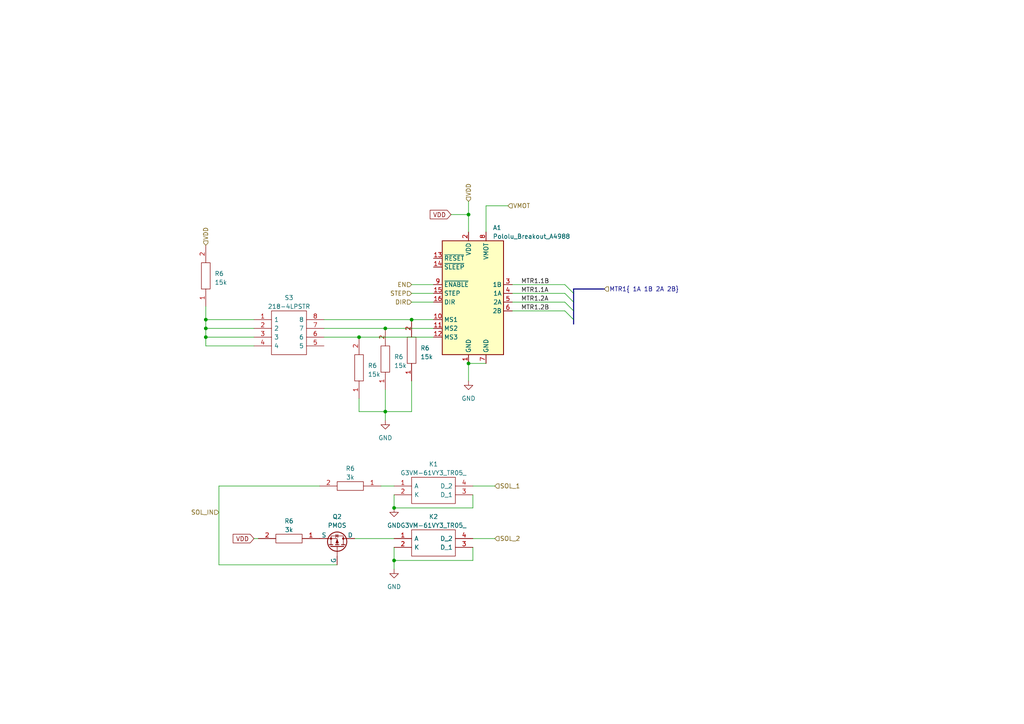
<source format=kicad_sch>
(kicad_sch (version 20230121) (generator eeschema)
  (paper "A4")
  (lib_symbols
    (symbol "Driver_Motor:Pololu_Breakout_A4988"
      (property "Reference" "A" (at -2.54 19.05 0))
      (property "Value" "Pololu_Breakout_A4988" (at -2.54 16.51 0))
      (symbol "Pololu_Breakout_A4988_0_1"
        (rectangle (start 10.16 -17.78) (end -7.62 15.24) (stroke (width 0.254)) (fill (type background)))
      )
      (symbol "Pololu_Breakout_A4988_1_1"
        (pin power_in line (at 0 -20.32 90) (length 2.54) (name "GND") (number "1"))
        (pin input line (at -10.16 -7.62 0) (length 2.54) (name "MS1") (number "10"))
        (pin input line (at -10.16 -10.16 0) (length 2.54) (name "MS2") (number "11"))
        (pin input line (at -10.16 -12.7 0) (length 2.54) (name "MS3") (number "12"))
        (pin input line (at -10.16 10.16 0) (length 2.54) (name "~{RESET}") (number "13"))
        (pin input line (at -10.16 7.62 0) (length 2.54) (name "~{SLEEP}") (number "14"))
        (pin input line (at -10.16 0 0) (length 2.54) (name "STEP") (number "15"))
        (pin input line (at -10.16 -2.54 0) (length 2.54) (name "DIR") (number "16"))
        (pin power_in line (at 0 17.78 270) (length 2.54) (name "VDD") (number "2"))
        (pin output line (at 12.7 2.54 180) (length 2.54) (name "1B") (number "3"))
        (pin output line (at 12.7 0 180) (length 2.54) (name "1A") (number "4"))
        (pin output line (at 12.7 -2.54 180) (length 2.54) (name "2A") (number "5"))
        (pin output line (at 12.7 -5.08 180) (length 2.54) (name "2B") (number "6"))
        (pin power_in line (at 5.08 -20.32 90) (length 2.54) (name "GND") (number "7"))
        (pin power_in line (at 5.08 17.78 270) (length 2.54) (name "VMOT") (number "8"))
        (pin input line (at -10.16 2.54 0) (length 2.54) (name "~{ENABLE}") (number "9"))
      )
    )
    (symbol "SamacSys_Parts:218-4LPSTR" (pin_names (offset 0.762))
      (property "Reference" "S" (at 16.51 7.62 0))
      (property "Value" "218-4LPSTR" (at 16.51 5.08 0))
      (symbol "218-4LPSTR_0_0"
        (pin passive line (at 0 0 0) (length 5.08) (name "1") (number "1"))
        (pin passive line (at 0 -2.54 0) (length 5.08) (name "2") (number "2"))
        (pin passive line (at 0 -5.08 0) (length 5.08) (name "3") (number "3"))
        (pin passive line (at 0 -7.62 0) (length 5.08) (name "4") (number "4"))
        (pin passive line (at 20.32 -7.62 180) (length 5.08) (name "5") (number "5"))
        (pin passive line (at 20.32 -5.08 180) (length 5.08) (name "6") (number "6"))
        (pin passive line (at 20.32 -2.54 180) (length 5.08) (name "7") (number "7"))
        (pin passive line (at 20.32 0 180) (length 5.08) (name "8") (number "8"))
      )
      (symbol "218-4LPSTR_0_1"
        (polyline (pts (xy 5.08 2.54) (xy 15.24 2.54) (xy 15.24 -10.16) (xy 5.08 -10.16) (xy 5.08 2.54)) (stroke (width 0.1524)))
      )
    )
    (symbol "SamacSys_Parts:G3VM-61VY3_TR05_" (pin_names (offset 0.762))
      (property "Reference" "K" (at 19.05 7.62 0))
      (property "Value" "G3VM-61VY3_TR05_" (at 19.05 5.08 0))
      (symbol "G3VM-61VY3_TR05__0_0"
        (pin passive line (at 0 0 0) (length 5.08) (name "A") (number "1"))
        (pin passive line (at 0 -2.54 0) (length 5.08) (name "K") (number "2"))
        (pin passive line (at 22.86 -2.54 180) (length 5.08) (name "D_1") (number "3"))
        (pin passive line (at 22.86 0 180) (length 5.08) (name "D_2") (number "4"))
      )
      (symbol "G3VM-61VY3_TR05__0_1"
        (polyline (pts (xy 5.08 2.54) (xy 17.78 2.54) (xy 17.78 -5.08) (xy 5.08 -5.08) (xy 5.08 2.54)) (stroke (width 0.1524)))
      )
    )
    (symbol "SamacSys_Parts:RMCF0603ZT0R00" (pin_names (offset 0.762))
      (property "Reference" "R" (at 13.97 6.35 0))
      (property "Value" "RMCF0603ZT0R00" (at 13.97 3.81 0))
      (symbol "RMCF0603ZT0R00_0_0"
        (pin passive line (at 0 0 0) (length 5.08) (name "~") (number "1"))
        (pin passive line (at 17.78 0 180) (length 5.08) (name "~") (number "2"))
      )
      (symbol "RMCF0603ZT0R00_0_1"
        (polyline (pts (xy 5.08 1.27) (xy 12.7 1.27) (xy 12.7 -1.27) (xy 5.08 -1.27) (xy 5.08 1.27)) (stroke (width 0.1524)))
      )
    )
    (symbol "Simulation_SPICE:PMOS" (pin_numbers hide) (pin_names (offset 0))
      (property "Reference" "Q" (at 5.08 1.27 0))
      (property "Value" "PMOS" (at 5.08 -1.27 0))
      (symbol "PMOS_0_1"
        (polyline (pts (xy 0.254 0) (xy -2.54 0)))
        (polyline (pts (xy 0.254 1.905) (xy 0.254 -1.905)) (stroke (width 0.254)))
        (polyline (pts (xy 0.762 -1.27) (xy 0.762 -2.286)) (stroke (width 0.254)))
        (polyline (pts (xy 0.762 0.508) (xy 0.762 -0.508)) (stroke (width 0.254)))
        (polyline (pts (xy 0.762 2.286) (xy 0.762 1.27)) (stroke (width 0.254)))
        (polyline (pts (xy 2.54 2.54) (xy 2.54 1.778)))
        (polyline (pts (xy 2.54 -2.54) (xy 2.54 0) (xy 0.762 0)))
        (polyline (pts (xy 0.762 1.778) (xy 3.302 1.778) (xy 3.302 -1.778) (xy 0.762 -1.778)))
        (polyline (pts (xy 2.286 0) (xy 1.27 0.381) (xy 1.27 -0.381) (xy 2.286 0)) (fill (type outline)))
        (polyline (pts (xy 2.794 -0.508) (xy 2.921 -0.381) (xy 3.683 -0.381) (xy 3.81 -0.254)))
        (polyline (pts (xy 3.302 -0.381) (xy 2.921 0.254) (xy 3.683 0.254) (xy 3.302 -0.381)))
        (circle (center 1.651 0) (radius 2.794) (stroke (width 0.254)))
        (circle (center 2.54 -1.778) (radius 0.254) (fill (type outline)))
        (circle (center 2.54 1.778) (radius 0.254) (fill (type outline)))
      )
      (symbol "PMOS_1_1"
        (pin passive line (at 2.54 5.08 270) (length 2.54) (name "D") (number "1"))
        (pin input line (at -5.08 0 0) (length 2.54) (name "G") (number "2"))
        (pin passive line (at 2.54 -5.08 90) (length 2.54) (name "S") (number "3"))
      )
    )
    (symbol "power:GND" (power) (pin_names (offset 0))
      (property "Value" "GND" (at 0 -3.81 0))
      (symbol "GND_0_1"
        (polyline (pts (xy 0 0) (xy 0 -1.27) (xy 1.27 -1.27) (xy 0 -2.54) (xy -1.27 -1.27) (xy 0 -1.27)))
      )
      (symbol "GND_1_1"
        (pin power_in line (at 0 0 270) (length 0) hide (name "GND") (number "1"))
      )
    )
  )
  (junction (at 111.76 95.25))
  (junction (at 114.3 147.32))
  (junction (at 59.69 95.25))
  (junction (at 114.3 162.56))
  (junction (at 59.69 97.79))
  (junction (at 111.76 119.38))
  (junction (at 135.89 62.23))
  (junction (at 104.14 97.79))
  (junction (at 59.69 92.71))
  (junction (at 119.38 92.71))
  (junction (at 135.89 105.41))
  (bus_entry (at 166.37 90.17) (size -2.54 -2.54))
  (bus_entry (at 166.37 92.71) (size -2.54 -2.54))
  (bus_entry (at 166.37 85.09) (size -2.54 -2.54))
  (bus_entry (at 166.37 87.63) (size -2.54 -2.54))
  (wire (pts (xy 73.66 97.79) (xy 59.69 97.79)))
  (wire (pts (xy 63.5 140.97) (xy 92.71 140.97)))
  (wire (pts (xy 137.16 143.51) (xy 137.16 147.32)))
  (wire (pts (xy 73.66 156.21) (xy 74.93 156.21)))
  (wire (pts (xy 137.16 158.75) (xy 137.16 162.56)))
  (wire (pts (xy 114.3 158.75) (xy 114.3 162.56)))
  (wire (pts (xy 119.38 92.71) (xy 125.73 92.71)))
  (wire (pts (xy 59.69 97.79) (xy 59.69 95.25)))
  (wire (pts (xy 93.98 95.25) (xy 111.76 95.25)))
  (wire (pts (xy 102.87 156.21) (xy 114.3 156.21)))
  (wire (pts (xy 140.97 67.31) (xy 140.97 59.69)))
  (wire (pts (xy 111.76 95.25) (xy 125.73 95.25)))
  (wire (pts (xy 63.5 140.97) (xy 63.5 163.83)))
  (wire (pts (xy 104.14 97.79) (xy 125.73 97.79)))
  (wire (pts (xy 137.16 147.32) (xy 114.3 147.32)))
  (wire (pts (xy 104.14 119.38) (xy 111.76 119.38)))
  (wire (pts (xy 137.16 140.97) (xy 143.51 140.97)))
  (wire (pts (xy 93.98 97.79) (xy 104.14 97.79)))
  (wire (pts (xy 114.3 165.1) (xy 114.3 162.56)))
  (wire (pts (xy 59.69 88.9) (xy 59.69 92.71)))
  (bus (pts (xy 166.37 92.71) (xy 166.37 93.98)))
  (bus (pts (xy 166.37 85.09) (xy 166.37 87.63)))
  (wire (pts (xy 119.38 87.63) (xy 125.73 87.63)))
  (wire (pts (xy 104.14 115.57) (xy 104.14 119.38)))
  (bus (pts (xy 166.37 90.17) (xy 166.37 92.71)))
  (wire (pts (xy 135.89 62.23) (xy 135.89 67.31)))
  (wire (pts (xy 135.89 105.41) (xy 135.89 110.49)))
  (wire (pts (xy 114.3 143.51) (xy 114.3 147.32)))
  (wire (pts (xy 110.49 140.97) (xy 114.3 140.97)))
  (wire (pts (xy 73.66 100.33) (xy 59.69 100.33)))
  (wire (pts (xy 119.38 110.49) (xy 119.38 119.38)))
  (wire (pts (xy 111.76 121.92) (xy 111.76 119.38)))
  (wire (pts (xy 130.81 62.23) (xy 135.89 62.23)))
  (wire (pts (xy 119.38 85.09) (xy 125.73 85.09)))
  (wire (pts (xy 148.59 85.09) (xy 163.83 85.09)))
  (wire (pts (xy 63.5 163.83) (xy 97.79 163.83)))
  (wire (pts (xy 148.59 87.63) (xy 163.83 87.63)))
  (wire (pts (xy 137.16 162.56) (xy 114.3 162.56)))
  (bus (pts (xy 166.37 87.63) (xy 166.37 90.17)))
  (wire (pts (xy 137.16 156.21) (xy 143.51 156.21)))
  (wire (pts (xy 73.66 95.25) (xy 59.69 95.25)))
  (wire (pts (xy 119.38 119.38) (xy 111.76 119.38)))
  (wire (pts (xy 140.97 59.69) (xy 147.32 59.69)))
  (wire (pts (xy 59.69 95.25) (xy 59.69 92.71)))
  (bus (pts (xy 166.37 83.82) (xy 175.26 83.82)))
  (wire (pts (xy 111.76 113.03) (xy 111.76 119.38)))
  (wire (pts (xy 59.69 92.71) (xy 73.66 92.71)))
  (wire (pts (xy 148.59 90.17) (xy 163.83 90.17)))
  (wire (pts (xy 93.98 92.71) (xy 119.38 92.71)))
  (wire (pts (xy 59.69 100.33) (xy 59.69 97.79)))
  (wire (pts (xy 135.89 105.41) (xy 140.97 105.41)))
  (wire (pts (xy 135.89 58.42) (xy 135.89 62.23)))
  (wire (pts (xy 148.59 82.55) (xy 163.83 82.55)))
  (bus (pts (xy 166.37 83.82) (xy 166.37 85.09)))
  (wire (pts (xy 119.38 82.55) (xy 125.73 82.55)))
  (label "MTR1.1B" (at 151.13 82.55 0))
  (label "MTR1.2B" (at 151.13 90.17 0))
  (label "MTR1.2A" (at 151.13 87.63 0))
  (label "MTR1.1A" (at 151.13 85.09 0))
  (global_label "VDD" (shape input) (at 130.81 62.23 180) (property "Intersheetrefs" "${INTERSHEET_REFS}" (effects hide)))
  (global_label "VDD" (shape input) (at 73.66 156.21 180) (property "Intersheetrefs" "${INTERSHEET_REFS}" (effects hide)))
  (hierarchical_label "VMOT" (shape input) (at 147.32 59.69 0))
  (hierarchical_label "DIR" (shape input) (at 119.38 87.63 180))
  (hierarchical_label "SOL_2" (shape input) (at 143.51 156.21 0))
  (hierarchical_label "EN" (shape input) (at 119.38 82.55 180))
  (hierarchical_label "MTR1{ 1A 1B 2A 2B}" (shape input) (at 175.26 83.82 0))
  (hierarchical_label "SOL_IN" (shape input) (at 63.5 148.59 180))
  (hierarchical_label "SOL_1" (shape input) (at 143.51 140.97 0))
  (hierarchical_label "VDD" (shape input) (at 135.89 58.42 90))
  (hierarchical_label "VDD" (shape input) (at 59.69 71.12 90))
  (hierarchical_label "STEP" (shape input) (at 119.38 85.09 180))
  (symbol (lib_id "power:GND") (at 111.76 121.92 0) (unit 1)
    (property "Reference" "#PWR012" (effects hide))
    (property "Value" "GND" (at 111.76 127 0))
  )
  (symbol (lib_id "SamacSys_Parts:RMCF0603ZT0R00") (at 110.49 140.97 180) (unit 1)
    (property "Reference" "R6" (at 101.6 135.89 0))
    (property "Value" "3k" (at 101.6 138.43 0))
    (property "Footprint" "RESC1608X55N" (effects hide))
    (property "Description" "RES, 0603, Jumper" (effects hide))
    (property "Height" "0.55" (effects hide))
    (property "Arrow Part Number" "RMCF0603ZT0R00" (effects hide))
    (property "Arrow Price/Stock" "https://www.arrow.com/en/products/rmcf0603zt0r00/stackpole-electronics?region=nac" (effects hide))
    (property "LCSC Part Number" "C22809" (effects hide))
    (property "MPN" "C22809" (effects hide))
    (instances (project "Automated_Aquarium_v3" (path "" (reference "R6") (unit 1)) (path "" (reference "R13") (unit 1))) (project "Dot-LED" (path "" (reference "R5") (unit 1))))
  )
  (symbol (lib_id "SamacSys_Parts:RMCF0603ZT0R00") (at 104.14 115.57 90) (unit 1)
    (property "Reference" "R6" (at 106.68 106.045 90) (effects (justify right)))
    (property "Value" "15k" (at 106.68 108.585 90) (effects (justify right)))
    (property "Footprint" "RESC1608X55N" (effects hide))
    (property "Description" "RES, 0603, Jumper" (effects hide))
    (property "Height" "0.55" (effects hide))
    (property "Arrow Part Number" "RMCF0603ZT0R00" (effects hide))
    (property "Arrow Price/Stock" "https://www.arrow.com/en/products/rmcf0603zt0r00/stackpole-electronics?region=nac" (effects hide))
    (property "LCSC Part Number" "C22809" (effects hide))
    (property "MPN" "C22809" (effects hide))
    (instances (project "Automated_Aquarium_v3" (path "" (reference "R6") (unit 1)) (path "" (reference "R8") (unit 1))) (project "Dot-LED" (path "" (reference "R5") (unit 1))))
  )
  (symbol (lib_id "SamacSys_Parts:RMCF0603ZT0R00") (at 92.71 156.21 180) (unit 1)
    (property "Reference" "R6" (at 83.82 151.13 0))
    (property "Value" "3k" (at 83.82 153.67 0))
    (property "Footprint" "RESC1608X55N" (effects hide))
    (property "Description" "RES, 0603, Jumper" (effects hide))
    (property "Height" "0.55" (effects hide))
    (property "Arrow Part Number" "RMCF0603ZT0R00" (effects hide))
    (property "Arrow Price/Stock" "https://www.arrow.com/en/products/rmcf0603zt0r00/stackpole-electronics?region=nac" (effects hide))
    (property "LCSC Part Number" "C22809" (effects hide))
    (property "MPN" "C22809" (effects hide))
    (instances (project "Automated_Aquarium_v3" (path "" (reference "R6") (unit 1)) (path "" (reference "R14") (unit 1))) (project "Dot-LED" (path "" (reference "R5") (unit 1))))
  )
  (symbol (lib_id "power:GND") (at 135.89 110.49 0) (unit 1)
    (property "Reference" "#PWR011" (effects hide))
    (property "Value" "GND" (at 135.89 115.57 0))
  )
  (symbol (lib_id "power:GND") (at 114.3 165.1 0) (unit 1)
    (property "Reference" "#PWR014" (effects hide))
    (property "Value" "GND" (at 114.3 170.18 0))
  )
  (symbol (lib_id "power:GND") (at 114.3 147.32 0) (unit 1)
    (property "Reference" "#PWR016" (effects hide))
    (property "Value" "GND" (at 114.3 152.4 0))
  )
  (symbol (lib_id "SamacSys_Parts:RMCF0603ZT0R00") (at 119.38 110.49 90) (unit 1)
    (property "Reference" "R6" (at 121.92 100.965 90) (effects (justify right)))
    (property "Value" "15k" (at 121.92 103.505 90) (effects (justify right)))
    (property "Footprint" "RESC1608X55N" (effects hide))
    (property "Description" "RES, 0603, Jumper" (effects hide))
    (property "Height" "0.55" (effects hide))
    (property "Arrow Part Number" "RMCF0603ZT0R00" (effects hide))
    (property "Arrow Price/Stock" "https://www.arrow.com/en/products/rmcf0603zt0r00/stackpole-electronics?region=nac" (effects hide))
    (property "LCSC Part Number" "C22809" (effects hide))
    (property "MPN" "C22809" (effects hide))
    (instances (project "Automated_Aquarium_v3" (path "" (reference "R6") (unit 1)) (path "" (reference "R10") (unit 1))) (project "Dot-LED" (path "" (reference "R5") (unit 1))))
  )
  (symbol (lib_id "Driver_Motor:Pololu_Breakout_A4988") (at 135.89 85.09 0) (unit 1)
    (property "Reference" "A1" (at 142.9259 66.04 0) (effects (justify left)))
    (property "Value" "Pololu_Breakout_A4988" (at 142.9259 68.58 0) (effects (justify left)))
    (property "Footprint" "Module:Pololu_Breakout-16_15.2x20.3mm" (effects hide))
    (property "Datasheet" "https://www.pololu.com/product/2980/pictures" (effects hide))
  )
  (symbol (lib_id "SamacSys_Parts:218-4LPSTR") (at 73.66 92.71 0) (unit 1)
    (property "Reference" "S3" (at 83.82 86.36 0))
    (property "Value" "218-4LPSTR" (at 83.82 88.9 0))
    (property "Footprint" "SOIC127P844X265-8N" (effects hide))
    (property "Datasheet" "https://www.ctscorp.com/wp-content/uploads/218.pdf" (effects hide))
    (property "Description" "4 Way Surface Mount DIP Switch Single Pole Single Throw (SPST)" (effects hide))
    (property "Height" "2.65" (effects hide))
    (property "Manufacturer_Name" "CTS" (effects hide))
    (property "Manufacturer_Part_Number" "218-4LPSTR" (effects hide))
    (property "Mouser Part Number" "774-2184LPSTR" (effects hide))
    (property "Mouser Price/Stock" "https://www.mouser.co.uk/ProductDetail/CTS-Electronic-Components/218-4LPSTR?qs=hDoPxpGr7ldALYW93QId5w%3D%3D" (effects hide))
    (property "Arrow Part Number" "218-4LPSTR" (effects hide))
    (property "Arrow Price/Stock" "https://www.arrow.com/en/products/218-4lpstr/cts" (effects hide))
  )
  (symbol (lib_id "SamacSys_Parts:RMCF0603ZT0R00") (at 111.76 113.03 90) (unit 1)
    (property "Reference" "R6" (at 114.3 103.505 90) (effects (justify right)))
    (property "Value" "15k" (at 114.3 106.045 90) (effects (justify right)))
    (property "Footprint" "RESC1608X55N" (effects hide))
    (property "Description" "RES, 0603, Jumper" (effects hide))
    (property "Height" "0.55" (effects hide))
    (property "Arrow Part Number" "RMCF0603ZT0R00" (effects hide))
    (property "Arrow Price/Stock" "https://www.arrow.com/en/products/rmcf0603zt0r00/stackpole-electronics?region=nac" (effects hide))
    (property "LCSC Part Number" "C22809" (effects hide))
    (property "MPN" "C22809" (effects hide))
    (instances (project "Automated_Aquarium_v3" (path "" (reference "R6") (unit 1)) (path "" (reference "R9") (unit 1))) (project "Dot-LED" (path "" (reference "R5") (unit 1))))
  )
  (symbol (lib_id "SamacSys_Parts:G3VM-61VY3_TR05_") (at 114.3 156.21 0) (unit 1)
    (property "Reference" "K2" (at 125.73 149.86 0))
    (property "Value" "G3VM-61VY3_TR05_" (at 125.73 152.4 0))
    (property "Footprint" "SOP254P700X230-4N" (effects hide))
    (property "Datasheet" "https://omronfs.omron.com/en_US/ecb/products/pdf/en-sdbt-022c.pdf" (effects hide))
    (property "Description" "OMRON - G3VM-61VY3(TR05) - MOSFET RELAY, SPST-NO, 0.7A, 60V, SOP" (effects hide))
    (property "Height" "2.3" (effects hide))
    (property "Manufacturer_Name" "Omron Electronics" (effects hide))
    (property "Manufacturer_Part_Number" "G3VM-61VY3(TR05)" (effects hide))
    (property "Mouser Part Number" "653-G3VM-61VY3TR05" (effects hide))
    (property "Mouser Price/Stock" "https://www.mouser.co.uk/ProductDetail/Omron-Electronics/G3VM-61VY3TR05?qs=F5EMLAvA7IAiM3jJSgsHtA%3D%3D" (effects hide))
    (property "Arrow Part Number" "G3VM-61VY3(TR05)" (effects hide))
    (property "Arrow Price/Stock" "https://www.arrow.com/en/products/g3vm-61vy3-tr05/omron?region=nac" (effects hide))
    (property "LCSC Part Number" "C2152318" (effects hide))
  )
  (symbol (lib_id "SamacSys_Parts:G3VM-61VY3_TR05_") (at 114.3 140.97 0) (unit 1)
    (property "Reference" "K1" (at 125.73 134.62 0))
    (property "Value" "G3VM-61VY3_TR05_" (at 125.73 137.16 0))
    (property "Footprint" "SOP254P700X230-4N" (effects hide))
    (property "Datasheet" "https://omronfs.omron.com/en_US/ecb/products/pdf/en-sdbt-022c.pdf" (effects hide))
    (property "Description" "OMRON - G3VM-61VY3(TR05) - MOSFET RELAY, SPST-NO, 0.7A, 60V, SOP" (effects hide))
    (property "Height" "2.3" (effects hide))
    (property "Manufacturer_Name" "Omron Electronics" (effects hide))
    (property "Manufacturer_Part_Number" "G3VM-61VY3(TR05)" (effects hide))
    (property "Mouser Part Number" "653-G3VM-61VY3TR05" (effects hide))
    (property "Mouser Price/Stock" "https://www.mouser.co.uk/ProductDetail/Omron-Electronics/G3VM-61VY3TR05?qs=F5EMLAvA7IAiM3jJSgsHtA%3D%3D" (effects hide))
    (property "Arrow Part Number" "G3VM-61VY3(TR05)" (effects hide))
    (property "Arrow Price/Stock" "https://www.arrow.com/en/products/g3vm-61vy3-tr05/omron?region=nac" (effects hide))
    (property "LCSC Part Number" "C2152318" (effects hide))
  )
  (symbol (lib_id "SamacSys_Parts:RMCF0603ZT0R00") (at 59.69 88.9 90) (unit 1)
    (property "Reference" "R6" (at 62.23 79.375 90) (effects (justify right)))
    (property "Value" "15k" (at 62.23 81.915 90) (effects (justify right)))
    (property "Footprint" "RESC1608X55N" (effects hide))
    (property "Description" "RES, 0603, Jumper" (effects hide))
    (property "Height" "0.55" (effects hide))
    (property "Arrow Part Number" "RMCF0603ZT0R00" (effects hide))
    (property "Arrow Price/Stock" "https://www.arrow.com/en/products/rmcf0603zt0r00/stackpole-electronics?region=nac" (effects hide))
    (property "LCSC Part Number" "C22809" (effects hide))
    (property "MPN" "C22809" (effects hide))
    (instances (project "Automated_Aquarium_v3" (path "" (reference "R6") (unit 1)) (path "" (reference "R11") (unit 1))) (project "Dot-LED" (path "" (reference "R5") (unit 1))))
  )
  (symbol (lib_id "Simulation_SPICE:PMOS") (at 97.79 158.75 270) (mirror x) (unit 1)
    (property "Reference" "Q2" (at 97.79 149.86 90))
    (property "Value" "PMOS" (at 97.79 152.4 90))
    (property "Footprint" "Package_TO_SOT_SMD:SOT-23" (effects hide))
    (property "Datasheet" "https://ngspice.sourceforge.io/docs/ngspice-manual.pdf" (effects hide))
    (property "Sim.Device" "PMOS" (effects hide))
    (property "Sim.Type" "VDMOS" (effects hide))
    (property "Sim.Pins" "1=D 2=G 3=S" (effects hide))
    (property "LCSC Part Number" "C353080" (effects hide))
  )
)
</source>
